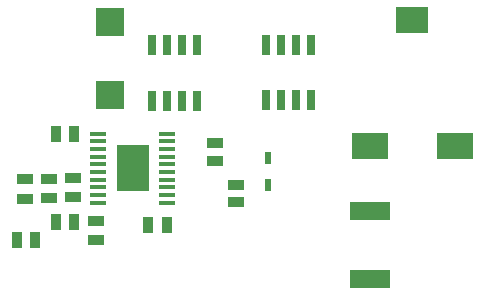
<source format=gtp>
G04*
G04 #@! TF.GenerationSoftware,Altium Limited,Altium Designer,24.0.1 (36)*
G04*
G04 Layer_Color=8421504*
%FSLAX44Y44*%
%MOMM*%
G71*
G04*
G04 #@! TF.SameCoordinates,861917B8-4398-4D05-8FE2-F05A855006CB*
G04*
G04*
G04 #@! TF.FilePolarity,Positive*
G04*
G01*
G75*
%ADD15R,2.7700X2.2600*%
%ADD16R,3.0700X2.2600*%
%ADD17R,0.7200X1.7800*%
%ADD18R,1.3500X0.8500*%
%ADD19R,0.9500X1.3500*%
%ADD20R,1.4500X0.4500*%
%ADD21R,2.7400X3.8600*%
%ADD22R,0.8500X1.3500*%
%ADD23R,2.4500X2.3500*%
%ADD24R,1.3500X0.9500*%
%ADD25R,3.4200X1.5400*%
%ADD26R,0.5500X1.0500*%
D15*
X963150Y689330D02*
D03*
D16*
X999200Y582930D02*
D03*
X927100D02*
D03*
D17*
X877570Y668560D02*
D03*
X864870D02*
D03*
X852170D02*
D03*
X839470D02*
D03*
X877570Y621760D02*
D03*
X864870D02*
D03*
X852170D02*
D03*
X839470D02*
D03*
X780983Y667830D02*
D03*
X768282D02*
D03*
X755583D02*
D03*
X742883D02*
D03*
X780983Y621030D02*
D03*
X768282D02*
D03*
X755583D02*
D03*
X742883D02*
D03*
D18*
X635000Y537850D02*
D03*
Y554350D02*
D03*
X675640Y539120D02*
D03*
Y555620D02*
D03*
X655320Y554980D02*
D03*
Y538480D02*
D03*
X695778Y502920D02*
D03*
Y519420D02*
D03*
D19*
X676910Y518160D02*
D03*
X661910D02*
D03*
X628770Y502920D02*
D03*
X643770D02*
D03*
X676790Y593090D02*
D03*
X661790D02*
D03*
D20*
X697190Y593130D02*
D03*
Y586630D02*
D03*
Y580130D02*
D03*
Y573630D02*
D03*
Y567130D02*
D03*
Y560630D02*
D03*
Y554130D02*
D03*
Y547630D02*
D03*
Y541130D02*
D03*
Y534630D02*
D03*
X755690D02*
D03*
Y541130D02*
D03*
Y547630D02*
D03*
Y554130D02*
D03*
Y560630D02*
D03*
Y567130D02*
D03*
Y573630D02*
D03*
Y580130D02*
D03*
Y586630D02*
D03*
Y593130D02*
D03*
D21*
X726440Y563880D02*
D03*
D22*
X755650Y515620D02*
D03*
X739150D02*
D03*
D23*
X707390Y625590D02*
D03*
Y687590D02*
D03*
D24*
X814070Y549910D02*
D03*
Y534910D02*
D03*
X796290Y570230D02*
D03*
Y585230D02*
D03*
D25*
X927100Y528010D02*
D03*
Y470210D02*
D03*
D26*
X840740Y549910D02*
D03*
Y572910D02*
D03*
M02*

</source>
